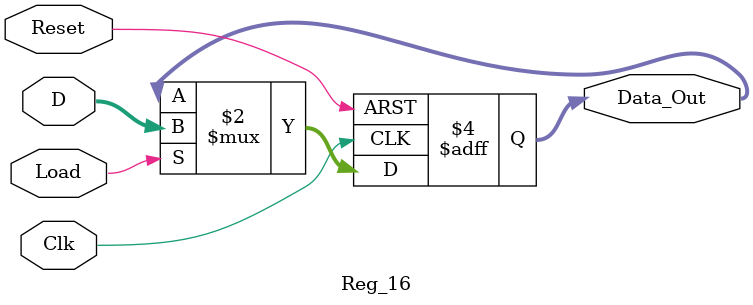
<source format=sv>
module Reg_16 (input logic Clk, Reset, Load, 
					input logic [15:0] D,
					output logic [15:0]Data_Out);
always_ff @ (posedge Clk or posedge Reset)
		
	begin
	if (Reset)	//Asynchronous Reset
		Data_Out <= 16'b0;	//First we check if the Reset input is high, if it is, we will fill the register with 0, thus resetting it.
	else if(Load)		
		Data_Out <= D; //When load is on, the data is put into the output of the register
	end
endmodule
</source>
